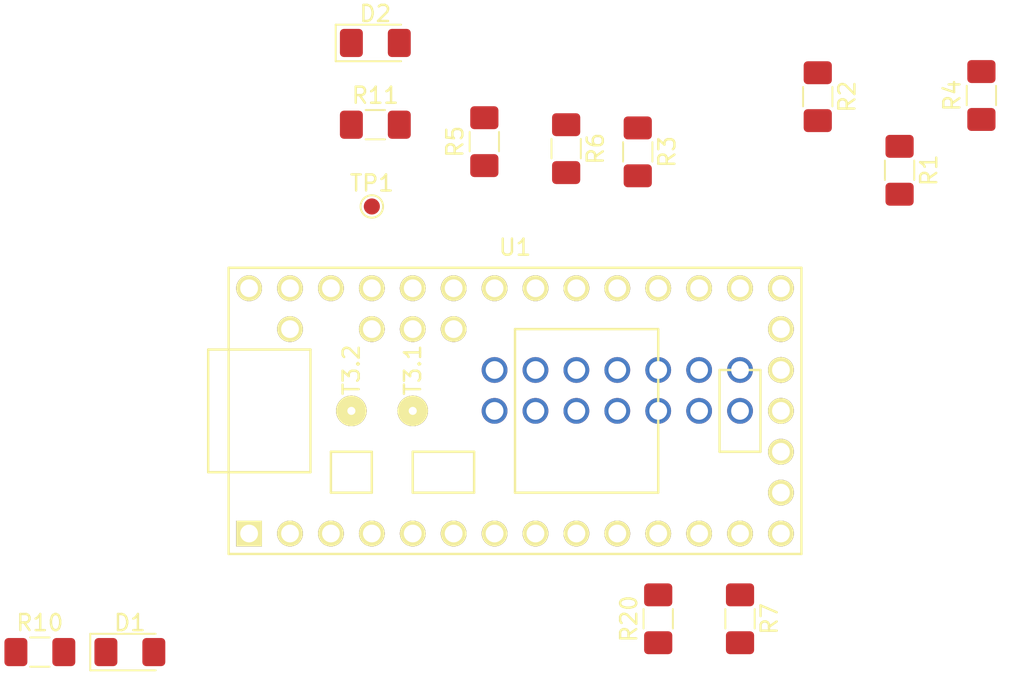
<source format=kicad_pcb>
(kicad_pcb (version 20171130) (host pcbnew 5.1.0-060a0da~80~ubuntu18.10.1)

  (general
    (thickness 1.6)
    (drawings 0)
    (tracks 0)
    (zones 0)
    (modules 14)
    (nets 55)
  )

  (page A4)
  (layers
    (0 F.Cu signal)
    (31 B.Cu signal)
    (32 B.Adhes user)
    (33 F.Adhes user)
    (34 B.Paste user)
    (35 F.Paste user)
    (36 B.SilkS user)
    (37 F.SilkS user)
    (38 B.Mask user)
    (39 F.Mask user)
    (40 Dwgs.User user)
    (41 Cmts.User user)
    (42 Eco1.User user)
    (43 Eco2.User user)
    (44 Edge.Cuts user)
    (45 Margin user)
    (46 B.CrtYd user)
    (47 F.CrtYd user)
    (48 B.Fab user)
    (49 F.Fab user)
  )

  (setup
    (last_trace_width 0.25)
    (trace_clearance 0.2)
    (zone_clearance 0.508)
    (zone_45_only no)
    (trace_min 0.2)
    (via_size 0.8)
    (via_drill 0.4)
    (via_min_size 0.4)
    (via_min_drill 0.3)
    (uvia_size 0.3)
    (uvia_drill 0.1)
    (uvias_allowed no)
    (uvia_min_size 0.2)
    (uvia_min_drill 0.1)
    (edge_width 0.05)
    (segment_width 0.2)
    (pcb_text_width 0.3)
    (pcb_text_size 1.5 1.5)
    (mod_edge_width 0.12)
    (mod_text_size 1 1)
    (mod_text_width 0.15)
    (pad_size 1.524 1.524)
    (pad_drill 0.762)
    (pad_to_mask_clearance 0.051)
    (solder_mask_min_width 0.25)
    (aux_axis_origin 0 0)
    (visible_elements FFFFFF7F)
    (pcbplotparams
      (layerselection 0x010fc_ffffffff)
      (usegerberextensions false)
      (usegerberattributes false)
      (usegerberadvancedattributes false)
      (creategerberjobfile false)
      (excludeedgelayer true)
      (linewidth 0.100000)
      (plotframeref false)
      (viasonmask false)
      (mode 1)
      (useauxorigin false)
      (hpglpennumber 1)
      (hpglpenspeed 20)
      (hpglpendiameter 15.000000)
      (psnegative false)
      (psa4output false)
      (plotreference true)
      (plotvalue true)
      (plotinvisibletext false)
      (padsonsilk false)
      (subtractmaskfromsilk false)
      (outputformat 1)
      (mirror false)
      (drillshape 1)
      (scaleselection 1)
      (outputdirectory ""))
  )

  (net 0 "")
  (net 1 "Net-(D1-Pad2)")
  (net 2 GND)
  (net 3 "Net-(D2-Pad2)")
  (net 4 /POT1)
  (net 5 +3V3)
  (net 6 /SW1)
  (net 7 /SW2)
  (net 8 /SW3)
  (net 9 /SCL)
  (net 10 /SDA)
  (net 11 /DE1)
  (net 12 +5V)
  (net 13 "Net-(R11-Pad1)")
  (net 14 /~CS1)
  (net 15 "Net-(U1-Pad17)")
  (net 16 "Net-(U1-Pad18)")
  (net 17 "Net-(U1-Pad19)")
  (net 18 /SCK)
  (net 19 "Net-(U1-Pad16)")
  (net 20 "Net-(U1-Pad15)")
  (net 21 /MISO)
  (net 22 /OCTO2)
  (net 23 /OCTO6)
  (net 24 /OCTO7)
  (net 25 "Net-(U1-Pad32)")
  (net 26 "Net-(U1-Pad34)")
  (net 27 "Net-(U1-Pad35)")
  (net 28 "Net-(U1-Pad36)")
  (net 29 "Net-(U1-Pad37)")
  (net 30 /MOSI)
  (net 31 /OCTO4)
  (net 32 /OCTO3)
  (net 33 /OCTO5)
  (net 34 /OCTO8)
  (net 35 "Net-(U1-Pad6)")
  (net 36 "Net-(U1-Pad5)")
  (net 37 /OCTO1)
  (net 38 /TX1)
  (net 39 /RX1)
  (net 40 "Net-(U1-Pad38)")
  (net 41 "Net-(U1-Pad39)")
  (net 42 "Net-(U1-Pad40)")
  (net 43 "Net-(U1-Pad41)")
  (net 44 "Net-(U1-Pad42)")
  (net 45 "Net-(U1-Pad43)")
  (net 46 "Net-(U1-Pad44)")
  (net 47 "Net-(U1-Pad45)")
  (net 48 "Net-(U1-Pad46)")
  (net 49 "Net-(U1-Pad47)")
  (net 50 "Net-(U1-Pad48)")
  (net 51 "Net-(U1-Pad49)")
  (net 52 "Net-(U1-Pad50)")
  (net 53 "Net-(U1-Pad51)")
  (net 54 "Net-(U1-Pad52)")

  (net_class Default "This is the default net class."
    (clearance 0.2)
    (trace_width 0.25)
    (via_dia 0.8)
    (via_drill 0.4)
    (uvia_dia 0.3)
    (uvia_drill 0.1)
    (add_net +3V3)
    (add_net +5V)
    (add_net /DE1)
    (add_net /MISO)
    (add_net /MOSI)
    (add_net /OCTO1)
    (add_net /OCTO2)
    (add_net /OCTO3)
    (add_net /OCTO4)
    (add_net /OCTO5)
    (add_net /OCTO6)
    (add_net /OCTO7)
    (add_net /OCTO8)
    (add_net /POT1)
    (add_net /RX1)
    (add_net /SCK)
    (add_net /SCL)
    (add_net /SDA)
    (add_net /SW1)
    (add_net /SW2)
    (add_net /SW3)
    (add_net /TX1)
    (add_net /~CS1)
    (add_net GND)
    (add_net "Net-(D1-Pad2)")
    (add_net "Net-(D2-Pad2)")
    (add_net "Net-(R11-Pad1)")
    (add_net "Net-(U1-Pad15)")
    (add_net "Net-(U1-Pad16)")
    (add_net "Net-(U1-Pad17)")
    (add_net "Net-(U1-Pad18)")
    (add_net "Net-(U1-Pad19)")
    (add_net "Net-(U1-Pad32)")
    (add_net "Net-(U1-Pad34)")
    (add_net "Net-(U1-Pad35)")
    (add_net "Net-(U1-Pad36)")
    (add_net "Net-(U1-Pad37)")
    (add_net "Net-(U1-Pad38)")
    (add_net "Net-(U1-Pad39)")
    (add_net "Net-(U1-Pad40)")
    (add_net "Net-(U1-Pad41)")
    (add_net "Net-(U1-Pad42)")
    (add_net "Net-(U1-Pad43)")
    (add_net "Net-(U1-Pad44)")
    (add_net "Net-(U1-Pad45)")
    (add_net "Net-(U1-Pad46)")
    (add_net "Net-(U1-Pad47)")
    (add_net "Net-(U1-Pad48)")
    (add_net "Net-(U1-Pad49)")
    (add_net "Net-(U1-Pad5)")
    (add_net "Net-(U1-Pad50)")
    (add_net "Net-(U1-Pad51)")
    (add_net "Net-(U1-Pad52)")
    (add_net "Net-(U1-Pad6)")
  )

  (module Diode_SMD:D_1206_3216Metric_Pad1.42x1.75mm_HandSolder (layer F.Cu) (tedit 5B4B45C8) (tstamp 5CB17E12)
    (at 113.2475 89.916)
    (descr "Diode SMD 1206 (3216 Metric), square (rectangular) end terminal, IPC_7351 nominal, (Body size source: http://www.tortai-tech.com/upload/download/2011102023233369053.pdf), generated with kicad-footprint-generator")
    (tags "diode handsolder")
    (path /5CAF9509)
    (attr smd)
    (fp_text reference D1 (at 0 -1.82) (layer F.SilkS)
      (effects (font (size 1 1) (thickness 0.15)))
    )
    (fp_text value "BLUE LED" (at 0 1.82) (layer F.Fab)
      (effects (font (size 1 1) (thickness 0.15)))
    )
    (fp_text user %R (at 0 0) (layer F.Fab)
      (effects (font (size 0.8 0.8) (thickness 0.12)))
    )
    (fp_line (start 2.45 1.12) (end -2.45 1.12) (layer F.CrtYd) (width 0.05))
    (fp_line (start 2.45 -1.12) (end 2.45 1.12) (layer F.CrtYd) (width 0.05))
    (fp_line (start -2.45 -1.12) (end 2.45 -1.12) (layer F.CrtYd) (width 0.05))
    (fp_line (start -2.45 1.12) (end -2.45 -1.12) (layer F.CrtYd) (width 0.05))
    (fp_line (start -2.46 1.135) (end 1.6 1.135) (layer F.SilkS) (width 0.12))
    (fp_line (start -2.46 -1.135) (end -2.46 1.135) (layer F.SilkS) (width 0.12))
    (fp_line (start 1.6 -1.135) (end -2.46 -1.135) (layer F.SilkS) (width 0.12))
    (fp_line (start 1.6 0.8) (end 1.6 -0.8) (layer F.Fab) (width 0.1))
    (fp_line (start -1.6 0.8) (end 1.6 0.8) (layer F.Fab) (width 0.1))
    (fp_line (start -1.6 -0.4) (end -1.6 0.8) (layer F.Fab) (width 0.1))
    (fp_line (start -1.2 -0.8) (end -1.6 -0.4) (layer F.Fab) (width 0.1))
    (fp_line (start 1.6 -0.8) (end -1.2 -0.8) (layer F.Fab) (width 0.1))
    (pad 2 smd roundrect (at 1.4875 0) (size 1.425 1.75) (layers F.Cu F.Paste F.Mask) (roundrect_rratio 0.175439)
      (net 1 "Net-(D1-Pad2)"))
    (pad 1 smd roundrect (at -1.4875 0) (size 1.425 1.75) (layers F.Cu F.Paste F.Mask) (roundrect_rratio 0.175439)
      (net 2 GND))
    (model ${KISYS3DMOD}/Diode_SMD.3dshapes/D_1206_3216Metric.wrl
      (at (xyz 0 0 0))
      (scale (xyz 1 1 1))
      (rotate (xyz 0 0 0))
    )
  )

  (module Diode_SMD:D_1206_3216Metric_Pad1.42x1.75mm_HandSolder (layer F.Cu) (tedit 5B4B45C8) (tstamp 5CB17374)
    (at 128.4875 52.07)
    (descr "Diode SMD 1206 (3216 Metric), square (rectangular) end terminal, IPC_7351 nominal, (Body size source: http://www.tortai-tech.com/upload/download/2011102023233369053.pdf), generated with kicad-footprint-generator")
    (tags "diode handsolder")
    (path /5CE1FAFD)
    (attr smd)
    (fp_text reference D2 (at 0 -1.82) (layer F.SilkS)
      (effects (font (size 1 1) (thickness 0.15)))
    )
    (fp_text value "RED LED" (at 0 1.82) (layer F.Fab)
      (effects (font (size 1 1) (thickness 0.15)))
    )
    (fp_line (start 1.6 -0.8) (end -1.2 -0.8) (layer F.Fab) (width 0.1))
    (fp_line (start -1.2 -0.8) (end -1.6 -0.4) (layer F.Fab) (width 0.1))
    (fp_line (start -1.6 -0.4) (end -1.6 0.8) (layer F.Fab) (width 0.1))
    (fp_line (start -1.6 0.8) (end 1.6 0.8) (layer F.Fab) (width 0.1))
    (fp_line (start 1.6 0.8) (end 1.6 -0.8) (layer F.Fab) (width 0.1))
    (fp_line (start 1.6 -1.135) (end -2.46 -1.135) (layer F.SilkS) (width 0.12))
    (fp_line (start -2.46 -1.135) (end -2.46 1.135) (layer F.SilkS) (width 0.12))
    (fp_line (start -2.46 1.135) (end 1.6 1.135) (layer F.SilkS) (width 0.12))
    (fp_line (start -2.45 1.12) (end -2.45 -1.12) (layer F.CrtYd) (width 0.05))
    (fp_line (start -2.45 -1.12) (end 2.45 -1.12) (layer F.CrtYd) (width 0.05))
    (fp_line (start 2.45 -1.12) (end 2.45 1.12) (layer F.CrtYd) (width 0.05))
    (fp_line (start 2.45 1.12) (end -2.45 1.12) (layer F.CrtYd) (width 0.05))
    (fp_text user %R (at 0 0) (layer F.Fab)
      (effects (font (size 0.8 0.8) (thickness 0.12)))
    )
    (pad 1 smd roundrect (at -1.4875 0) (size 1.425 1.75) (layers F.Cu F.Paste F.Mask) (roundrect_rratio 0.175439)
      (net 2 GND))
    (pad 2 smd roundrect (at 1.4875 0) (size 1.425 1.75) (layers F.Cu F.Paste F.Mask) (roundrect_rratio 0.175439)
      (net 3 "Net-(D2-Pad2)"))
    (model ${KISYS3DMOD}/Diode_SMD.3dshapes/D_1206_3216Metric.wrl
      (at (xyz 0 0 0))
      (scale (xyz 1 1 1))
      (rotate (xyz 0 0 0))
    )
  )

  (module Resistor_SMD:R_1206_3216Metric_Pad1.42x1.75mm_HandSolder (layer F.Cu) (tedit 5B301BBD) (tstamp 5CB17F81)
    (at 161.036 59.9805 270)
    (descr "Resistor SMD 1206 (3216 Metric), square (rectangular) end terminal, IPC_7351 nominal with elongated pad for handsoldering. (Body size source: http://www.tortai-tech.com/upload/download/2011102023233369053.pdf), generated with kicad-footprint-generator")
    (tags "resistor handsolder")
    (path /5CBF60B1)
    (attr smd)
    (fp_text reference R1 (at 0 -1.82 270) (layer F.SilkS)
      (effects (font (size 1 1) (thickness 0.15)))
    )
    (fp_text value 10K (at 0 1.82 270) (layer F.Fab)
      (effects (font (size 1 1) (thickness 0.15)))
    )
    (fp_text user %R (at 0 0 270) (layer F.Fab)
      (effects (font (size 0.8 0.8) (thickness 0.12)))
    )
    (fp_line (start 2.45 1.12) (end -2.45 1.12) (layer F.CrtYd) (width 0.05))
    (fp_line (start 2.45 -1.12) (end 2.45 1.12) (layer F.CrtYd) (width 0.05))
    (fp_line (start -2.45 -1.12) (end 2.45 -1.12) (layer F.CrtYd) (width 0.05))
    (fp_line (start -2.45 1.12) (end -2.45 -1.12) (layer F.CrtYd) (width 0.05))
    (fp_line (start -0.602064 0.91) (end 0.602064 0.91) (layer F.SilkS) (width 0.12))
    (fp_line (start -0.602064 -0.91) (end 0.602064 -0.91) (layer F.SilkS) (width 0.12))
    (fp_line (start 1.6 0.8) (end -1.6 0.8) (layer F.Fab) (width 0.1))
    (fp_line (start 1.6 -0.8) (end 1.6 0.8) (layer F.Fab) (width 0.1))
    (fp_line (start -1.6 -0.8) (end 1.6 -0.8) (layer F.Fab) (width 0.1))
    (fp_line (start -1.6 0.8) (end -1.6 -0.8) (layer F.Fab) (width 0.1))
    (pad 2 smd roundrect (at 1.4875 0 270) (size 1.425 1.75) (layers F.Cu F.Paste F.Mask) (roundrect_rratio 0.175439)
      (net 4 /POT1))
    (pad 1 smd roundrect (at -1.4875 0 270) (size 1.425 1.75) (layers F.Cu F.Paste F.Mask) (roundrect_rratio 0.175439)
      (net 5 +3V3))
    (model ${KISYS3DMOD}/Resistor_SMD.3dshapes/R_1206_3216Metric.wrl
      (at (xyz 0 0 0))
      (scale (xyz 1 1 1))
      (rotate (xyz 0 0 0))
    )
  )

  (module Resistor_SMD:R_1206_3216Metric_Pad1.42x1.75mm_HandSolder (layer F.Cu) (tedit 5B301BBD) (tstamp 5CB16E49)
    (at 155.956 55.4085 270)
    (descr "Resistor SMD 1206 (3216 Metric), square (rectangular) end terminal, IPC_7351 nominal with elongated pad for handsoldering. (Body size source: http://www.tortai-tech.com/upload/download/2011102023233369053.pdf), generated with kicad-footprint-generator")
    (tags "resistor handsolder")
    (path /5CB63ACB)
    (attr smd)
    (fp_text reference R2 (at 0 -1.82 270) (layer F.SilkS)
      (effects (font (size 1 1) (thickness 0.15)))
    )
    (fp_text value 10K (at 0 1.82 270) (layer F.Fab)
      (effects (font (size 1 1) (thickness 0.15)))
    )
    (fp_line (start -1.6 0.8) (end -1.6 -0.8) (layer F.Fab) (width 0.1))
    (fp_line (start -1.6 -0.8) (end 1.6 -0.8) (layer F.Fab) (width 0.1))
    (fp_line (start 1.6 -0.8) (end 1.6 0.8) (layer F.Fab) (width 0.1))
    (fp_line (start 1.6 0.8) (end -1.6 0.8) (layer F.Fab) (width 0.1))
    (fp_line (start -0.602064 -0.91) (end 0.602064 -0.91) (layer F.SilkS) (width 0.12))
    (fp_line (start -0.602064 0.91) (end 0.602064 0.91) (layer F.SilkS) (width 0.12))
    (fp_line (start -2.45 1.12) (end -2.45 -1.12) (layer F.CrtYd) (width 0.05))
    (fp_line (start -2.45 -1.12) (end 2.45 -1.12) (layer F.CrtYd) (width 0.05))
    (fp_line (start 2.45 -1.12) (end 2.45 1.12) (layer F.CrtYd) (width 0.05))
    (fp_line (start 2.45 1.12) (end -2.45 1.12) (layer F.CrtYd) (width 0.05))
    (fp_text user %R (at 0 0 270) (layer F.Fab)
      (effects (font (size 0.8 0.8) (thickness 0.12)))
    )
    (pad 1 smd roundrect (at -1.4875 0 270) (size 1.425 1.75) (layers F.Cu F.Paste F.Mask) (roundrect_rratio 0.175439)
      (net 5 +3V3))
    (pad 2 smd roundrect (at 1.4875 0 270) (size 1.425 1.75) (layers F.Cu F.Paste F.Mask) (roundrect_rratio 0.175439)
      (net 6 /SW1))
    (model ${KISYS3DMOD}/Resistor_SMD.3dshapes/R_1206_3216Metric.wrl
      (at (xyz 0 0 0))
      (scale (xyz 1 1 1))
      (rotate (xyz 0 0 0))
    )
  )

  (module Resistor_SMD:R_1206_3216Metric_Pad1.42x1.75mm_HandSolder (layer F.Cu) (tedit 5B301BBD) (tstamp 5CB17A9E)
    (at 144.78 58.8375 270)
    (descr "Resistor SMD 1206 (3216 Metric), square (rectangular) end terminal, IPC_7351 nominal with elongated pad for handsoldering. (Body size source: http://www.tortai-tech.com/upload/download/2011102023233369053.pdf), generated with kicad-footprint-generator")
    (tags "resistor handsolder")
    (path /5CB639B7)
    (attr smd)
    (fp_text reference R3 (at 0 -1.82 270) (layer F.SilkS)
      (effects (font (size 1 1) (thickness 0.15)))
    )
    (fp_text value 10K (at 0 1.82 270) (layer F.Fab)
      (effects (font (size 1 1) (thickness 0.15)))
    )
    (fp_text user %R (at 0 0 270) (layer F.Fab)
      (effects (font (size 0.8 0.8) (thickness 0.12)))
    )
    (fp_line (start 2.45 1.12) (end -2.45 1.12) (layer F.CrtYd) (width 0.05))
    (fp_line (start 2.45 -1.12) (end 2.45 1.12) (layer F.CrtYd) (width 0.05))
    (fp_line (start -2.45 -1.12) (end 2.45 -1.12) (layer F.CrtYd) (width 0.05))
    (fp_line (start -2.45 1.12) (end -2.45 -1.12) (layer F.CrtYd) (width 0.05))
    (fp_line (start -0.602064 0.91) (end 0.602064 0.91) (layer F.SilkS) (width 0.12))
    (fp_line (start -0.602064 -0.91) (end 0.602064 -0.91) (layer F.SilkS) (width 0.12))
    (fp_line (start 1.6 0.8) (end -1.6 0.8) (layer F.Fab) (width 0.1))
    (fp_line (start 1.6 -0.8) (end 1.6 0.8) (layer F.Fab) (width 0.1))
    (fp_line (start -1.6 -0.8) (end 1.6 -0.8) (layer F.Fab) (width 0.1))
    (fp_line (start -1.6 0.8) (end -1.6 -0.8) (layer F.Fab) (width 0.1))
    (pad 2 smd roundrect (at 1.4875 0 270) (size 1.425 1.75) (layers F.Cu F.Paste F.Mask) (roundrect_rratio 0.175439)
      (net 7 /SW2))
    (pad 1 smd roundrect (at -1.4875 0 270) (size 1.425 1.75) (layers F.Cu F.Paste F.Mask) (roundrect_rratio 0.175439)
      (net 5 +3V3))
    (model ${KISYS3DMOD}/Resistor_SMD.3dshapes/R_1206_3216Metric.wrl
      (at (xyz 0 0 0))
      (scale (xyz 1 1 1))
      (rotate (xyz 0 0 0))
    )
  )

  (module Resistor_SMD:R_1206_3216Metric_Pad1.42x1.75mm_HandSolder (layer F.Cu) (tedit 5B301BBD) (tstamp 5CB16EA9)
    (at 166.116 55.3355 90)
    (descr "Resistor SMD 1206 (3216 Metric), square (rectangular) end terminal, IPC_7351 nominal with elongated pad for handsoldering. (Body size source: http://www.tortai-tech.com/upload/download/2011102023233369053.pdf), generated with kicad-footprint-generator")
    (tags "resistor handsolder")
    (path /5CB636D5)
    (attr smd)
    (fp_text reference R4 (at 0 -1.82 90) (layer F.SilkS)
      (effects (font (size 1 1) (thickness 0.15)))
    )
    (fp_text value 10K (at 0 1.82 90) (layer F.Fab)
      (effects (font (size 1 1) (thickness 0.15)))
    )
    (fp_line (start -1.6 0.8) (end -1.6 -0.8) (layer F.Fab) (width 0.1))
    (fp_line (start -1.6 -0.8) (end 1.6 -0.8) (layer F.Fab) (width 0.1))
    (fp_line (start 1.6 -0.8) (end 1.6 0.8) (layer F.Fab) (width 0.1))
    (fp_line (start 1.6 0.8) (end -1.6 0.8) (layer F.Fab) (width 0.1))
    (fp_line (start -0.602064 -0.91) (end 0.602064 -0.91) (layer F.SilkS) (width 0.12))
    (fp_line (start -0.602064 0.91) (end 0.602064 0.91) (layer F.SilkS) (width 0.12))
    (fp_line (start -2.45 1.12) (end -2.45 -1.12) (layer F.CrtYd) (width 0.05))
    (fp_line (start -2.45 -1.12) (end 2.45 -1.12) (layer F.CrtYd) (width 0.05))
    (fp_line (start 2.45 -1.12) (end 2.45 1.12) (layer F.CrtYd) (width 0.05))
    (fp_line (start 2.45 1.12) (end -2.45 1.12) (layer F.CrtYd) (width 0.05))
    (fp_text user %R (at 0 0 90) (layer F.Fab)
      (effects (font (size 0.8 0.8) (thickness 0.12)))
    )
    (pad 1 smd roundrect (at -1.4875 0 90) (size 1.425 1.75) (layers F.Cu F.Paste F.Mask) (roundrect_rratio 0.175439)
      (net 5 +3V3))
    (pad 2 smd roundrect (at 1.4875 0 90) (size 1.425 1.75) (layers F.Cu F.Paste F.Mask) (roundrect_rratio 0.175439)
      (net 8 /SW3))
    (model ${KISYS3DMOD}/Resistor_SMD.3dshapes/R_1206_3216Metric.wrl
      (at (xyz 0 0 0))
      (scale (xyz 1 1 1))
      (rotate (xyz 0 0 0))
    )
  )

  (module Resistor_SMD:R_1206_3216Metric_Pad1.42x1.75mm_HandSolder (layer F.Cu) (tedit 5B301BBD) (tstamp 5CB17C86)
    (at 135.255 58.2025 90)
    (descr "Resistor SMD 1206 (3216 Metric), square (rectangular) end terminal, IPC_7351 nominal with elongated pad for handsoldering. (Body size source: http://www.tortai-tech.com/upload/download/2011102023233369053.pdf), generated with kicad-footprint-generator")
    (tags "resistor handsolder")
    (path /5CDE9D9E)
    (attr smd)
    (fp_text reference R5 (at 0 -1.82 90) (layer F.SilkS)
      (effects (font (size 1 1) (thickness 0.15)))
    )
    (fp_text value 4K7 (at 0 1.82 90) (layer F.Fab)
      (effects (font (size 1 1) (thickness 0.15)))
    )
    (fp_text user %R (at 0 0 90) (layer F.Fab)
      (effects (font (size 0.8 0.8) (thickness 0.12)))
    )
    (fp_line (start 2.45 1.12) (end -2.45 1.12) (layer F.CrtYd) (width 0.05))
    (fp_line (start 2.45 -1.12) (end 2.45 1.12) (layer F.CrtYd) (width 0.05))
    (fp_line (start -2.45 -1.12) (end 2.45 -1.12) (layer F.CrtYd) (width 0.05))
    (fp_line (start -2.45 1.12) (end -2.45 -1.12) (layer F.CrtYd) (width 0.05))
    (fp_line (start -0.602064 0.91) (end 0.602064 0.91) (layer F.SilkS) (width 0.12))
    (fp_line (start -0.602064 -0.91) (end 0.602064 -0.91) (layer F.SilkS) (width 0.12))
    (fp_line (start 1.6 0.8) (end -1.6 0.8) (layer F.Fab) (width 0.1))
    (fp_line (start 1.6 -0.8) (end 1.6 0.8) (layer F.Fab) (width 0.1))
    (fp_line (start -1.6 -0.8) (end 1.6 -0.8) (layer F.Fab) (width 0.1))
    (fp_line (start -1.6 0.8) (end -1.6 -0.8) (layer F.Fab) (width 0.1))
    (pad 2 smd roundrect (at 1.4875 0 90) (size 1.425 1.75) (layers F.Cu F.Paste F.Mask) (roundrect_rratio 0.175439)
      (net 9 /SCL))
    (pad 1 smd roundrect (at -1.4875 0 90) (size 1.425 1.75) (layers F.Cu F.Paste F.Mask) (roundrect_rratio 0.175439)
      (net 5 +3V3))
    (model ${KISYS3DMOD}/Resistor_SMD.3dshapes/R_1206_3216Metric.wrl
      (at (xyz 0 0 0))
      (scale (xyz 1 1 1))
      (rotate (xyz 0 0 0))
    )
  )

  (module Resistor_SMD:R_1206_3216Metric_Pad1.42x1.75mm_HandSolder (layer F.Cu) (tedit 5B301BBD) (tstamp 5CB179EC)
    (at 140.335 58.6375 270)
    (descr "Resistor SMD 1206 (3216 Metric), square (rectangular) end terminal, IPC_7351 nominal with elongated pad for handsoldering. (Body size source: http://www.tortai-tech.com/upload/download/2011102023233369053.pdf), generated with kicad-footprint-generator")
    (tags "resistor handsolder")
    (path /5CDE9B8E)
    (attr smd)
    (fp_text reference R6 (at 0 -1.82 270) (layer F.SilkS)
      (effects (font (size 1 1) (thickness 0.15)))
    )
    (fp_text value 4K7 (at 0 1.82 270) (layer F.Fab)
      (effects (font (size 1 1) (thickness 0.15)))
    )
    (fp_line (start -1.6 0.8) (end -1.6 -0.8) (layer F.Fab) (width 0.1))
    (fp_line (start -1.6 -0.8) (end 1.6 -0.8) (layer F.Fab) (width 0.1))
    (fp_line (start 1.6 -0.8) (end 1.6 0.8) (layer F.Fab) (width 0.1))
    (fp_line (start 1.6 0.8) (end -1.6 0.8) (layer F.Fab) (width 0.1))
    (fp_line (start -0.602064 -0.91) (end 0.602064 -0.91) (layer F.SilkS) (width 0.12))
    (fp_line (start -0.602064 0.91) (end 0.602064 0.91) (layer F.SilkS) (width 0.12))
    (fp_line (start -2.45 1.12) (end -2.45 -1.12) (layer F.CrtYd) (width 0.05))
    (fp_line (start -2.45 -1.12) (end 2.45 -1.12) (layer F.CrtYd) (width 0.05))
    (fp_line (start 2.45 -1.12) (end 2.45 1.12) (layer F.CrtYd) (width 0.05))
    (fp_line (start 2.45 1.12) (end -2.45 1.12) (layer F.CrtYd) (width 0.05))
    (fp_text user %R (at 0 0 270) (layer F.Fab)
      (effects (font (size 0.8 0.8) (thickness 0.12)))
    )
    (pad 1 smd roundrect (at -1.4875 0 270) (size 1.425 1.75) (layers F.Cu F.Paste F.Mask) (roundrect_rratio 0.175439)
      (net 5 +3V3))
    (pad 2 smd roundrect (at 1.4875 0 270) (size 1.425 1.75) (layers F.Cu F.Paste F.Mask) (roundrect_rratio 0.175439)
      (net 10 /SDA))
    (model ${KISYS3DMOD}/Resistor_SMD.3dshapes/R_1206_3216Metric.wrl
      (at (xyz 0 0 0))
      (scale (xyz 1 1 1))
      (rotate (xyz 0 0 0))
    )
  )

  (module Resistor_SMD:R_1206_3216Metric_Pad1.42x1.75mm_HandSolder (layer F.Cu) (tedit 5B301BBD) (tstamp 5CB17C04)
    (at 151.13 87.8475 270)
    (descr "Resistor SMD 1206 (3216 Metric), square (rectangular) end terminal, IPC_7351 nominal with elongated pad for handsoldering. (Body size source: http://www.tortai-tech.com/upload/download/2011102023233369053.pdf), generated with kicad-footprint-generator")
    (tags "resistor handsolder")
    (path /5CE8620F)
    (attr smd)
    (fp_text reference R7 (at 0 -1.82 270) (layer F.SilkS)
      (effects (font (size 1 1) (thickness 0.15)))
    )
    (fp_text value 10K (at 0 1.82 270) (layer F.Fab)
      (effects (font (size 1 1) (thickness 0.15)))
    )
    (fp_text user %R (at 0 0 270) (layer F.Fab)
      (effects (font (size 0.8 0.8) (thickness 0.12)))
    )
    (fp_line (start 2.45 1.12) (end -2.45 1.12) (layer F.CrtYd) (width 0.05))
    (fp_line (start 2.45 -1.12) (end 2.45 1.12) (layer F.CrtYd) (width 0.05))
    (fp_line (start -2.45 -1.12) (end 2.45 -1.12) (layer F.CrtYd) (width 0.05))
    (fp_line (start -2.45 1.12) (end -2.45 -1.12) (layer F.CrtYd) (width 0.05))
    (fp_line (start -0.602064 0.91) (end 0.602064 0.91) (layer F.SilkS) (width 0.12))
    (fp_line (start -0.602064 -0.91) (end 0.602064 -0.91) (layer F.SilkS) (width 0.12))
    (fp_line (start 1.6 0.8) (end -1.6 0.8) (layer F.Fab) (width 0.1))
    (fp_line (start 1.6 -0.8) (end 1.6 0.8) (layer F.Fab) (width 0.1))
    (fp_line (start -1.6 -0.8) (end 1.6 -0.8) (layer F.Fab) (width 0.1))
    (fp_line (start -1.6 0.8) (end -1.6 -0.8) (layer F.Fab) (width 0.1))
    (pad 2 smd roundrect (at 1.4875 0 270) (size 1.425 1.75) (layers F.Cu F.Paste F.Mask) (roundrect_rratio 0.175439)
      (net 2 GND))
    (pad 1 smd roundrect (at -1.4875 0 270) (size 1.425 1.75) (layers F.Cu F.Paste F.Mask) (roundrect_rratio 0.175439)
      (net 11 /DE1))
    (model ${KISYS3DMOD}/Resistor_SMD.3dshapes/R_1206_3216Metric.wrl
      (at (xyz 0 0 0))
      (scale (xyz 1 1 1))
      (rotate (xyz 0 0 0))
    )
  )

  (module Resistor_SMD:R_1206_3216Metric_Pad1.42x1.75mm_HandSolder (layer F.Cu) (tedit 5B301BBD) (tstamp 5CB17E9E)
    (at 107.6595 89.916)
    (descr "Resistor SMD 1206 (3216 Metric), square (rectangular) end terminal, IPC_7351 nominal with elongated pad for handsoldering. (Body size source: http://www.tortai-tech.com/upload/download/2011102023233369053.pdf), generated with kicad-footprint-generator")
    (tags "resistor handsolder")
    (path /5CAFC6EE)
    (attr smd)
    (fp_text reference R10 (at 0 -1.82) (layer F.SilkS)
      (effects (font (size 1 1) (thickness 0.15)))
    )
    (fp_text value 100 (at 0 1.82) (layer F.Fab)
      (effects (font (size 1 1) (thickness 0.15)))
    )
    (fp_text user %R (at 0 0) (layer F.Fab)
      (effects (font (size 0.8 0.8) (thickness 0.12)))
    )
    (fp_line (start 2.45 1.12) (end -2.45 1.12) (layer F.CrtYd) (width 0.05))
    (fp_line (start 2.45 -1.12) (end 2.45 1.12) (layer F.CrtYd) (width 0.05))
    (fp_line (start -2.45 -1.12) (end 2.45 -1.12) (layer F.CrtYd) (width 0.05))
    (fp_line (start -2.45 1.12) (end -2.45 -1.12) (layer F.CrtYd) (width 0.05))
    (fp_line (start -0.602064 0.91) (end 0.602064 0.91) (layer F.SilkS) (width 0.12))
    (fp_line (start -0.602064 -0.91) (end 0.602064 -0.91) (layer F.SilkS) (width 0.12))
    (fp_line (start 1.6 0.8) (end -1.6 0.8) (layer F.Fab) (width 0.1))
    (fp_line (start 1.6 -0.8) (end 1.6 0.8) (layer F.Fab) (width 0.1))
    (fp_line (start -1.6 -0.8) (end 1.6 -0.8) (layer F.Fab) (width 0.1))
    (fp_line (start -1.6 0.8) (end -1.6 -0.8) (layer F.Fab) (width 0.1))
    (pad 2 smd roundrect (at 1.4875 0) (size 1.425 1.75) (layers F.Cu F.Paste F.Mask) (roundrect_rratio 0.175439)
      (net 1 "Net-(D1-Pad2)"))
    (pad 1 smd roundrect (at -1.4875 0) (size 1.425 1.75) (layers F.Cu F.Paste F.Mask) (roundrect_rratio 0.175439)
      (net 12 +5V))
    (model ${KISYS3DMOD}/Resistor_SMD.3dshapes/R_1206_3216Metric.wrl
      (at (xyz 0 0 0))
      (scale (xyz 1 1 1))
      (rotate (xyz 0 0 0))
    )
  )

  (module Resistor_SMD:R_1206_3216Metric_Pad1.42x1.75mm_HandSolder (layer F.Cu) (tedit 5B301BBD) (tstamp 5CB17400)
    (at 128.4875 57.15)
    (descr "Resistor SMD 1206 (3216 Metric), square (rectangular) end terminal, IPC_7351 nominal with elongated pad for handsoldering. (Body size source: http://www.tortai-tech.com/upload/download/2011102023233369053.pdf), generated with kicad-footprint-generator")
    (tags "resistor handsolder")
    (path /5CE1C5A0)
    (attr smd)
    (fp_text reference R11 (at 0 -1.82) (layer F.SilkS)
      (effects (font (size 1 1) (thickness 0.15)))
    )
    (fp_text value 220 (at 0 1.82) (layer F.Fab)
      (effects (font (size 1 1) (thickness 0.15)))
    )
    (fp_line (start -1.6 0.8) (end -1.6 -0.8) (layer F.Fab) (width 0.1))
    (fp_line (start -1.6 -0.8) (end 1.6 -0.8) (layer F.Fab) (width 0.1))
    (fp_line (start 1.6 -0.8) (end 1.6 0.8) (layer F.Fab) (width 0.1))
    (fp_line (start 1.6 0.8) (end -1.6 0.8) (layer F.Fab) (width 0.1))
    (fp_line (start -0.602064 -0.91) (end 0.602064 -0.91) (layer F.SilkS) (width 0.12))
    (fp_line (start -0.602064 0.91) (end 0.602064 0.91) (layer F.SilkS) (width 0.12))
    (fp_line (start -2.45 1.12) (end -2.45 -1.12) (layer F.CrtYd) (width 0.05))
    (fp_line (start -2.45 -1.12) (end 2.45 -1.12) (layer F.CrtYd) (width 0.05))
    (fp_line (start 2.45 -1.12) (end 2.45 1.12) (layer F.CrtYd) (width 0.05))
    (fp_line (start 2.45 1.12) (end -2.45 1.12) (layer F.CrtYd) (width 0.05))
    (fp_text user %R (at 0 0) (layer F.Fab)
      (effects (font (size 0.8 0.8) (thickness 0.12)))
    )
    (pad 1 smd roundrect (at -1.4875 0) (size 1.425 1.75) (layers F.Cu F.Paste F.Mask) (roundrect_rratio 0.175439)
      (net 13 "Net-(R11-Pad1)"))
    (pad 2 smd roundrect (at 1.4875 0) (size 1.425 1.75) (layers F.Cu F.Paste F.Mask) (roundrect_rratio 0.175439)
      (net 3 "Net-(D2-Pad2)"))
    (model ${KISYS3DMOD}/Resistor_SMD.3dshapes/R_1206_3216Metric.wrl
      (at (xyz 0 0 0))
      (scale (xyz 1 1 1))
      (rotate (xyz 0 0 0))
    )
  )

  (module Resistor_SMD:R_1206_3216Metric_Pad1.42x1.75mm_HandSolder (layer F.Cu) (tedit 5B301BBD) (tstamp 5CB176F0)
    (at 146.05 87.8475 90)
    (descr "Resistor SMD 1206 (3216 Metric), square (rectangular) end terminal, IPC_7351 nominal with elongated pad for handsoldering. (Body size source: http://www.tortai-tech.com/upload/download/2011102023233369053.pdf), generated with kicad-footprint-generator")
    (tags "resistor handsolder")
    (path /5CCC9F33)
    (attr smd)
    (fp_text reference R20 (at 0 -1.82 90) (layer F.SilkS)
      (effects (font (size 1 1) (thickness 0.15)))
    )
    (fp_text value 10K (at 0 1.82 90) (layer F.Fab)
      (effects (font (size 1 1) (thickness 0.15)))
    )
    (fp_line (start -1.6 0.8) (end -1.6 -0.8) (layer F.Fab) (width 0.1))
    (fp_line (start -1.6 -0.8) (end 1.6 -0.8) (layer F.Fab) (width 0.1))
    (fp_line (start 1.6 -0.8) (end 1.6 0.8) (layer F.Fab) (width 0.1))
    (fp_line (start 1.6 0.8) (end -1.6 0.8) (layer F.Fab) (width 0.1))
    (fp_line (start -0.602064 -0.91) (end 0.602064 -0.91) (layer F.SilkS) (width 0.12))
    (fp_line (start -0.602064 0.91) (end 0.602064 0.91) (layer F.SilkS) (width 0.12))
    (fp_line (start -2.45 1.12) (end -2.45 -1.12) (layer F.CrtYd) (width 0.05))
    (fp_line (start -2.45 -1.12) (end 2.45 -1.12) (layer F.CrtYd) (width 0.05))
    (fp_line (start 2.45 -1.12) (end 2.45 1.12) (layer F.CrtYd) (width 0.05))
    (fp_line (start 2.45 1.12) (end -2.45 1.12) (layer F.CrtYd) (width 0.05))
    (fp_text user %R (at 0 0 90) (layer F.Fab)
      (effects (font (size 0.8 0.8) (thickness 0.12)))
    )
    (pad 1 smd roundrect (at -1.4875 0 90) (size 1.425 1.75) (layers F.Cu F.Paste F.Mask) (roundrect_rratio 0.175439)
      (net 5 +3V3))
    (pad 2 smd roundrect (at 1.4875 0 90) (size 1.425 1.75) (layers F.Cu F.Paste F.Mask) (roundrect_rratio 0.175439)
      (net 14 /~CS1))
    (model ${KISYS3DMOD}/Resistor_SMD.3dshapes/R_1206_3216Metric.wrl
      (at (xyz 0 0 0))
      (scale (xyz 1 1 1))
      (rotate (xyz 0 0 0))
    )
  )

  (module TestPoint:TestPoint_Pad_D1.0mm (layer F.Cu) (tedit 5A0F774F) (tstamp 5CB16DC5)
    (at 128.27 62.23)
    (descr "SMD pad as test Point, diameter 1.0mm")
    (tags "test point SMD pad")
    (path /5CE2575B)
    (attr virtual)
    (fp_text reference TP1 (at 0 -1.448) (layer F.SilkS)
      (effects (font (size 1 1) (thickness 0.15)))
    )
    (fp_text value TestPoint (at 0 1.55) (layer F.Fab)
      (effects (font (size 1 1) (thickness 0.15)))
    )
    (fp_text user %R (at 0 -1.45) (layer F.Fab)
      (effects (font (size 1 1) (thickness 0.15)))
    )
    (fp_circle (center 0 0) (end 1 0) (layer F.CrtYd) (width 0.05))
    (fp_circle (center 0 0) (end 0 0.7) (layer F.SilkS) (width 0.12))
    (pad 1 smd circle (at 0 0) (size 1 1) (layers F.Cu F.Mask)
      (net 13 "Net-(R11-Pad1)"))
  )

  (module Teensy:Teensy30_31_32_LC (layer F.Cu) (tedit 5A29202F) (tstamp 5CB17585)
    (at 137.16 74.93)
    (path /5CAE9019)
    (fp_text reference U1 (at 0 -10.16) (layer F.SilkS)
      (effects (font (size 1 1) (thickness 0.15)))
    )
    (fp_text value Teensy3.2 (at 0 10.16) (layer F.Fab)
      (effects (font (size 1 1) (thickness 0.15)))
    )
    (fp_text user T3.2 (at -10.16 -2.54 90) (layer F.SilkS)
      (effects (font (size 1 1) (thickness 0.15)))
    )
    (fp_text user T3.1 (at -6.35 -2.54 90) (layer F.SilkS)
      (effects (font (size 1 1) (thickness 0.15)))
    )
    (fp_line (start -17.78 3.81) (end -19.05 3.81) (layer F.SilkS) (width 0.15))
    (fp_line (start -19.05 3.81) (end -19.05 -3.81) (layer F.SilkS) (width 0.15))
    (fp_line (start -19.05 -3.81) (end -17.78 -3.81) (layer F.SilkS) (width 0.15))
    (fp_line (start -6.35 5.08) (end -2.54 5.08) (layer F.SilkS) (width 0.15))
    (fp_line (start -2.54 5.08) (end -2.54 2.54) (layer F.SilkS) (width 0.15))
    (fp_line (start -2.54 2.54) (end -6.35 2.54) (layer F.SilkS) (width 0.15))
    (fp_line (start -6.35 2.54) (end -6.35 5.08) (layer F.SilkS) (width 0.15))
    (fp_line (start -12.7 3.81) (end -12.7 -3.81) (layer F.SilkS) (width 0.15))
    (fp_line (start -12.7 -3.81) (end -17.78 -3.81) (layer F.SilkS) (width 0.15))
    (fp_line (start -12.7 3.81) (end -17.78 3.81) (layer F.SilkS) (width 0.15))
    (fp_line (start -11.43 5.08) (end -8.89 5.08) (layer F.SilkS) (width 0.15))
    (fp_line (start -8.89 5.08) (end -8.89 2.54) (layer F.SilkS) (width 0.15))
    (fp_line (start -8.89 2.54) (end -11.43 2.54) (layer F.SilkS) (width 0.15))
    (fp_line (start -11.43 2.54) (end -11.43 5.08) (layer F.SilkS) (width 0.15))
    (fp_line (start 15.24 -2.54) (end 15.24 2.54) (layer F.SilkS) (width 0.15))
    (fp_line (start 15.24 2.54) (end 12.7 2.54) (layer F.SilkS) (width 0.15))
    (fp_line (start 12.7 2.54) (end 12.7 -2.54) (layer F.SilkS) (width 0.15))
    (fp_line (start 12.7 -2.54) (end 15.24 -2.54) (layer F.SilkS) (width 0.15))
    (fp_line (start 8.89 5.08) (end 8.89 -5.08) (layer F.SilkS) (width 0.15))
    (fp_line (start 0 -5.08) (end 0 5.08) (layer F.SilkS) (width 0.15))
    (fp_line (start 8.89 -5.08) (end 0 -5.08) (layer F.SilkS) (width 0.15))
    (fp_line (start 8.89 5.08) (end 0 5.08) (layer F.SilkS) (width 0.15))
    (fp_line (start -17.78 -8.89) (end 17.78 -8.89) (layer F.SilkS) (width 0.15))
    (fp_line (start 17.78 -8.89) (end 17.78 8.89) (layer F.SilkS) (width 0.15))
    (fp_line (start 17.78 8.89) (end -17.78 8.89) (layer F.SilkS) (width 0.15))
    (fp_line (start -17.78 8.89) (end -17.78 -8.89) (layer F.SilkS) (width 0.15))
    (pad 17 thru_hole circle (at 16.51 0) (size 1.6 1.6) (drill 1.1) (layers *.Cu *.Mask F.SilkS)
      (net 15 "Net-(U1-Pad17)"))
    (pad 18 thru_hole circle (at 16.51 -2.54) (size 1.6 1.6) (drill 1.1) (layers *.Cu *.Mask F.SilkS)
      (net 16 "Net-(U1-Pad18)"))
    (pad 19 thru_hole circle (at 16.51 -5.08) (size 1.6 1.6) (drill 1.1) (layers *.Cu *.Mask F.SilkS)
      (net 17 "Net-(U1-Pad19)"))
    (pad 20 thru_hole circle (at 16.51 -7.62) (size 1.6 1.6) (drill 1.1) (layers *.Cu *.Mask F.SilkS)
      (net 18 /SCK))
    (pad 16 thru_hole circle (at 16.51 2.54) (size 1.6 1.6) (drill 1.1) (layers *.Cu *.Mask F.SilkS)
      (net 19 "Net-(U1-Pad16)"))
    (pad 15 thru_hole circle (at 16.51 5.08) (size 1.6 1.6) (drill 1.1) (layers *.Cu *.Mask F.SilkS)
      (net 20 "Net-(U1-Pad15)"))
    (pad 14 thru_hole circle (at 16.51 7.62) (size 1.6 1.6) (drill 1.1) (layers *.Cu *.Mask F.SilkS)
      (net 21 /MISO))
    (pad 21 thru_hole circle (at 13.97 -7.62) (size 1.6 1.6) (drill 1.1) (layers *.Cu *.Mask F.SilkS)
      (net 22 /OCTO2))
    (pad 22 thru_hole circle (at 11.43 -7.62) (size 1.6 1.6) (drill 1.1) (layers *.Cu *.Mask F.SilkS)
      (net 4 /POT1))
    (pad 23 thru_hole circle (at 8.89 -7.62) (size 1.6 1.6) (drill 1.1) (layers *.Cu *.Mask F.SilkS)
      (net 6 /SW1))
    (pad 24 thru_hole circle (at 6.35 -7.62) (size 1.6 1.6) (drill 1.1) (layers *.Cu *.Mask F.SilkS)
      (net 7 /SW2))
    (pad 25 thru_hole circle (at 3.81 -7.62) (size 1.6 1.6) (drill 1.1) (layers *.Cu *.Mask F.SilkS)
      (net 10 /SDA))
    (pad 26 thru_hole circle (at 1.27 -7.62) (size 1.6 1.6) (drill 1.1) (layers *.Cu *.Mask F.SilkS)
      (net 9 /SCL))
    (pad 27 thru_hole circle (at -1.27 -7.62) (size 1.6 1.6) (drill 1.1) (layers *.Cu *.Mask F.SilkS)
      (net 23 /OCTO6))
    (pad 28 thru_hole circle (at -3.81 -7.62) (size 1.6 1.6) (drill 1.1) (layers *.Cu *.Mask F.SilkS)
      (net 24 /OCTO7))
    (pad 29 thru_hole circle (at -6.35 -7.62) (size 1.6 1.6) (drill 1.1) (layers *.Cu *.Mask F.SilkS)
      (net 8 /SW3))
    (pad 30 thru_hole circle (at -8.89 -7.62) (size 1.6 1.6) (drill 1.1) (layers *.Cu *.Mask F.SilkS)
      (net 13 "Net-(R11-Pad1)"))
    (pad 31 thru_hole circle (at -11.43 -7.62) (size 1.6 1.6) (drill 1.1) (layers *.Cu *.Mask F.SilkS)
      (net 5 +3V3))
    (pad 32 thru_hole circle (at -13.97 -7.62) (size 1.6 1.6) (drill 1.1) (layers *.Cu *.Mask F.SilkS)
      (net 25 "Net-(U1-Pad32)"))
    (pad 33 thru_hole circle (at -16.51 -7.62) (size 1.6 1.6) (drill 1.1) (layers *.Cu *.Mask F.SilkS)
      (net 12 +5V))
    (pad 34 thru_hole circle (at -13.97 -5.08) (size 1.6 1.6) (drill 1.1) (layers *.Cu *.Mask F.SilkS)
      (net 26 "Net-(U1-Pad34)"))
    (pad 35 thru_hole circle (at -8.89 -5.08) (size 1.6 1.6) (drill 1.1) (layers *.Cu *.Mask F.SilkS)
      (net 27 "Net-(U1-Pad35)"))
    (pad 36 thru_hole circle (at -6.35 -5.08) (size 1.6 1.6) (drill 1.1) (layers *.Cu *.Mask F.SilkS)
      (net 28 "Net-(U1-Pad36)"))
    (pad 37 thru_hole circle (at -3.81 -5.08) (size 1.6 1.6) (drill 1.1) (layers *.Cu *.Mask F.SilkS)
      (net 29 "Net-(U1-Pad37)"))
    (pad 13 thru_hole circle (at 13.97 7.62) (size 1.6 1.6) (drill 1.1) (layers *.Cu *.Mask F.SilkS)
      (net 30 /MOSI))
    (pad 12 thru_hole circle (at 11.43 7.62) (size 1.6 1.6) (drill 1.1) (layers *.Cu *.Mask F.SilkS)
      (net 11 /DE1))
    (pad 11 thru_hole circle (at 8.89 7.62) (size 1.6 1.6) (drill 1.1) (layers *.Cu *.Mask F.SilkS)
      (net 14 /~CS1))
    (pad 10 thru_hole circle (at 6.35 7.62) (size 1.6 1.6) (drill 1.1) (layers *.Cu *.Mask F.SilkS)
      (net 31 /OCTO4))
    (pad 9 thru_hole circle (at 3.81 7.62) (size 1.6 1.6) (drill 1.1) (layers *.Cu *.Mask F.SilkS)
      (net 32 /OCTO3))
    (pad 8 thru_hole circle (at 1.27 7.62) (size 1.6 1.6) (drill 1.1) (layers *.Cu *.Mask F.SilkS)
      (net 33 /OCTO5))
    (pad 7 thru_hole circle (at -1.27 7.62) (size 1.6 1.6) (drill 1.1) (layers *.Cu *.Mask F.SilkS)
      (net 34 /OCTO8))
    (pad 6 thru_hole circle (at -3.81 7.62) (size 1.6 1.6) (drill 1.1) (layers *.Cu *.Mask F.SilkS)
      (net 35 "Net-(U1-Pad6)"))
    (pad 5 thru_hole circle (at -6.35 7.62) (size 1.6 1.6) (drill 1.1) (layers *.Cu *.Mask F.SilkS)
      (net 36 "Net-(U1-Pad5)"))
    (pad 4 thru_hole circle (at -8.89 7.62) (size 1.6 1.6) (drill 1.1) (layers *.Cu *.Mask F.SilkS)
      (net 37 /OCTO1))
    (pad 3 thru_hole circle (at -11.43 7.62) (size 1.6 1.6) (drill 1.1) (layers *.Cu *.Mask F.SilkS)
      (net 38 /TX1))
    (pad 2 thru_hole circle (at -13.97 7.62) (size 1.6 1.6) (drill 1.1) (layers *.Cu *.Mask F.SilkS)
      (net 39 /RX1))
    (pad 1 thru_hole rect (at -16.51 7.62) (size 1.6 1.6) (drill 1.1) (layers *.Cu *.Mask F.SilkS)
      (net 2 GND))
    (pad 38 thru_hole circle (at -1.27 0) (size 1.6 1.6) (drill 1.1) (layers *.Cu *.Mask)
      (net 40 "Net-(U1-Pad38)"))
    (pad 39 thru_hole circle (at 1.27 0) (size 1.6 1.6) (drill 1.1) (layers *.Cu *.Mask)
      (net 41 "Net-(U1-Pad39)"))
    (pad 40 thru_hole circle (at 3.81 0) (size 1.6 1.6) (drill 1.1) (layers *.Cu *.Mask)
      (net 42 "Net-(U1-Pad40)"))
    (pad 41 thru_hole circle (at 6.35 0) (size 1.6 1.6) (drill 1.1) (layers *.Cu *.Mask)
      (net 43 "Net-(U1-Pad41)"))
    (pad 42 thru_hole circle (at 8.89 0) (size 1.6 1.6) (drill 1.1) (layers *.Cu *.Mask)
      (net 44 "Net-(U1-Pad42)"))
    (pad 43 thru_hole circle (at 11.43 0) (size 1.6 1.6) (drill 1.1) (layers *.Cu *.Mask)
      (net 45 "Net-(U1-Pad43)"))
    (pad 44 thru_hole circle (at 13.97 0) (size 1.6 1.6) (drill 1.1) (layers *.Cu *.Mask)
      (net 46 "Net-(U1-Pad44)"))
    (pad 45 thru_hole circle (at 13.97 -2.54) (size 1.6 1.6) (drill 1.1) (layers *.Cu *.Mask)
      (net 47 "Net-(U1-Pad45)"))
    (pad 46 thru_hole circle (at 11.43 -2.54) (size 1.6 1.6) (drill 1.1) (layers *.Cu *.Mask)
      (net 48 "Net-(U1-Pad46)"))
    (pad 47 thru_hole circle (at 8.89 -2.54) (size 1.6 1.6) (drill 1.1) (layers *.Cu *.Mask)
      (net 49 "Net-(U1-Pad47)"))
    (pad 48 thru_hole circle (at 6.35 -2.54) (size 1.6 1.6) (drill 1.1) (layers *.Cu *.Mask)
      (net 50 "Net-(U1-Pad48)"))
    (pad 49 thru_hole circle (at 3.81 -2.54) (size 1.6 1.6) (drill 1.1) (layers *.Cu *.Mask)
      (net 51 "Net-(U1-Pad49)"))
    (pad 50 thru_hole circle (at 1.27 -2.54) (size 1.6 1.6) (drill 1.1) (layers *.Cu *.Mask)
      (net 52 "Net-(U1-Pad50)"))
    (pad 51 thru_hole circle (at -1.27 -2.54) (size 1.6 1.6) (drill 1.1) (layers *.Cu *.Mask)
      (net 53 "Net-(U1-Pad51)"))
    (pad 52 thru_hole circle (at -6.35 0) (size 1.9 1.9) (drill 0.5) (layers *.Cu *.Mask F.SilkS)
      (net 54 "Net-(U1-Pad52)"))
    (pad 52 thru_hole circle (at -10.16 0) (size 1.9 1.9) (drill 0.5) (layers *.Cu *.Mask F.SilkS)
      (net 54 "Net-(U1-Pad52)"))
  )

)

</source>
